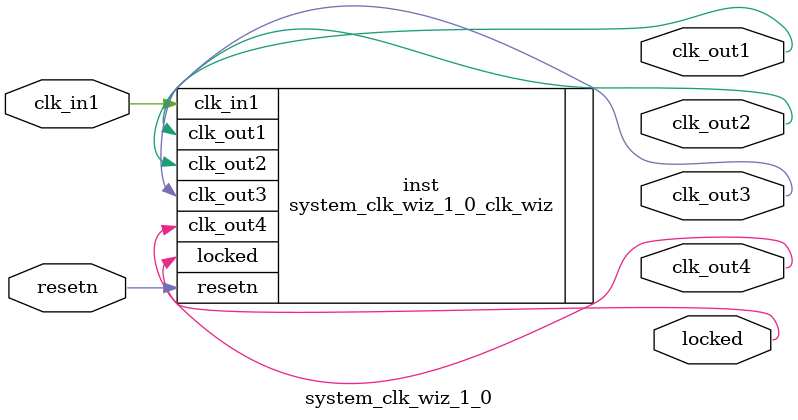
<source format=v>


`timescale 1ps/1ps

(* CORE_GENERATION_INFO = "system_clk_wiz_1_0,clk_wiz_v5_4_1_0,{component_name=system_clk_wiz_1_0,use_phase_alignment=true,use_min_o_jitter=false,use_max_i_jitter=false,use_dyn_phase_shift=false,use_inclk_switchover=false,use_dyn_reconfig=false,enable_axi=0,feedback_source=FDBK_AUTO,PRIMITIVE=MMCM,num_out_clk=4,clkin1_period=10.000,clkin2_period=10.000,use_power_down=false,use_reset=true,use_locked=true,use_inclk_stopped=false,feedback_type=SINGLE,CLOCK_MGR_TYPE=NA,manual_override=false}" *)

module system_clk_wiz_1_0 
 (
  // Clock out ports
  output        clk_out1,
  output        clk_out2,
  output        clk_out3,
  output        clk_out4,
  // Status and control signals
  input         resetn,
  output        locked,
 // Clock in ports
  input         clk_in1
 );

  system_clk_wiz_1_0_clk_wiz inst
  (
  // Clock out ports  
  .clk_out1(clk_out1),
  .clk_out2(clk_out2),
  .clk_out3(clk_out3),
  .clk_out4(clk_out4),
  // Status and control signals               
  .resetn(resetn), 
  .locked(locked),
 // Clock in ports
  .clk_in1(clk_in1)
  );

endmodule

</source>
